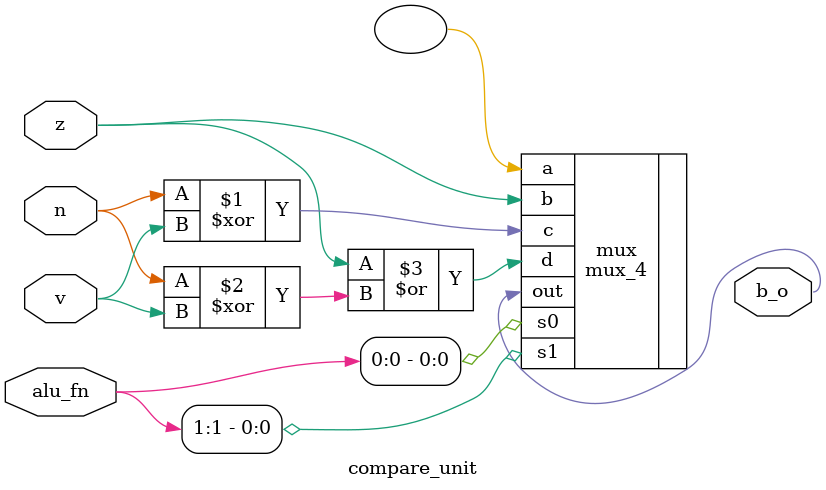
<source format=v>
`include "../muxes/mux_4.v"

module compare_unit (
  input z,
  input n,
  input v,
  input [1:0] alu_fn,
  output b_o
);

mux_4 mux (
  .a(),
  .b(z),
  .c(n^v),
  .d(z|(n^v)),
  .s0(alu_fn[0]),
  .s1(alu_fn[1]),
  .out(b_o)
);

endmodule

</source>
